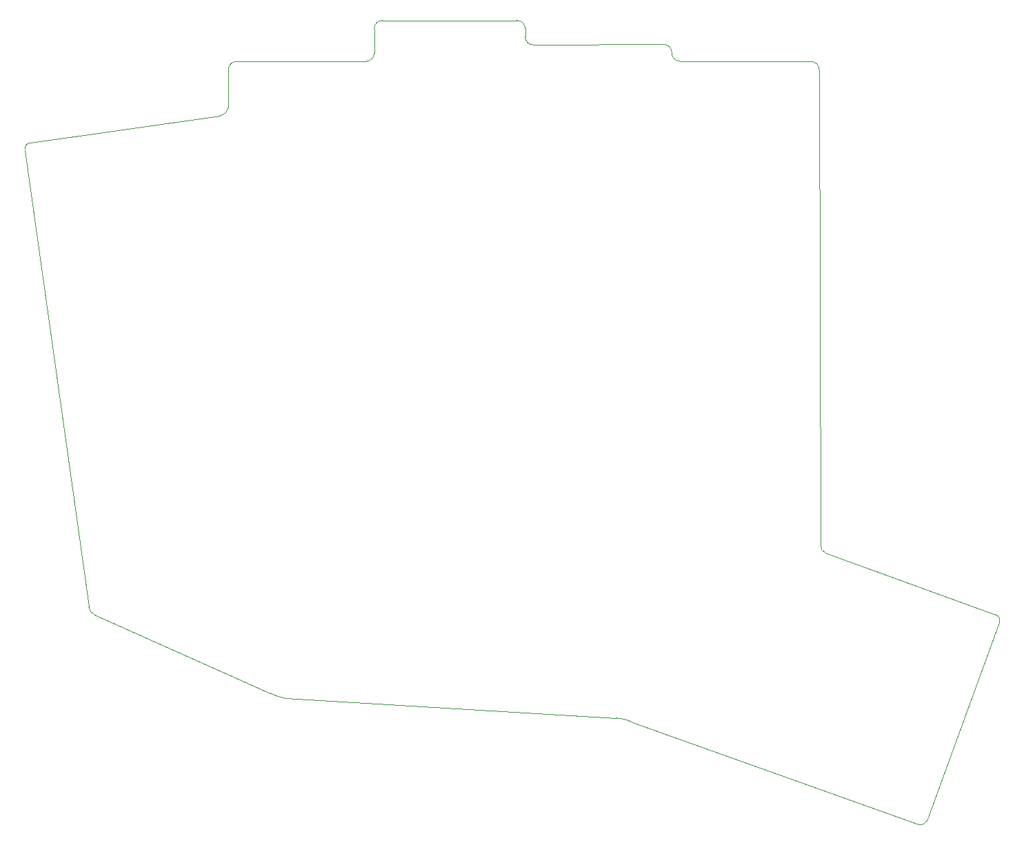
<source format=gbr>
%TF.GenerationSoftware,KiCad,Pcbnew,(6.0.4)*%
%TF.CreationDate,2022-10-12T19:52:57+02:00*%
%TF.ProjectId,kicad,6b696361-642e-46b6-9963-61645f706362,v 0.2*%
%TF.SameCoordinates,Original*%
%TF.FileFunction,Profile,NP*%
%FSLAX46Y46*%
G04 Gerber Fmt 4.6, Leading zero omitted, Abs format (unit mm)*
G04 Created by KiCad (PCBNEW (6.0.4)) date 2022-10-12 19:52:57*
%MOMM*%
%LPD*%
G01*
G04 APERTURE LIST*
%TA.AperFunction,Profile*%
%ADD10C,0.100000*%
%TD*%
G04 APERTURE END LIST*
D10*
X197000000Y-149520000D02*
X161870000Y-136930000D01*
X166750000Y-54750000D02*
G75*
G03*
X167750000Y-55750000I1000000J0D01*
G01*
X95150037Y-122769995D02*
G75*
G03*
X95890000Y-123770000I1285163J177195D01*
G01*
X167750000Y-55750000D02*
X183850000Y-55800000D01*
X131207107Y-50757107D02*
G75*
G03*
X130207107Y-51757107I-7J-999993D01*
G01*
X87970000Y-65770000D02*
X111270000Y-62480000D01*
X161869997Y-136930006D02*
G75*
G03*
X159940000Y-136440000I-2206697J-4645694D01*
G01*
X95150000Y-122770000D02*
X87310000Y-66680000D01*
X117490000Y-133410000D02*
X95890000Y-123770000D01*
X149740000Y-53750000D02*
X165750000Y-53700000D01*
X131207107Y-50757107D02*
X147750000Y-50740000D01*
X206939992Y-124716225D02*
G75*
G03*
X206487564Y-123743336I-604292J310625D01*
G01*
X130210000Y-54760000D02*
X130207107Y-51757107D01*
X113297107Y-55797107D02*
X129210000Y-55760000D01*
X111270000Y-62480000D02*
G75*
G03*
X112270000Y-61480000I-208200J1208200D01*
G01*
X148750000Y-51740000D02*
G75*
G03*
X147750000Y-50740000I-1000000J0D01*
G01*
X129210000Y-55760000D02*
G75*
G03*
X130210000Y-54760000I0J1000000D01*
G01*
X206940000Y-124716229D02*
X198040000Y-149120000D01*
X196999981Y-149520060D02*
G75*
G03*
X198040000Y-149120000I271119J847060D01*
G01*
X185753439Y-116260000D02*
X206487564Y-123743336D01*
X113297107Y-55797107D02*
G75*
G03*
X112297107Y-56797107I-7J-999993D01*
G01*
X112270000Y-61480000D02*
X112297107Y-56797107D01*
X159940000Y-136440000D02*
X119344297Y-134036250D01*
X166750010Y-54750000D02*
G75*
G03*
X165750000Y-53700000I-1000010J48800D01*
G01*
X185013451Y-115096803D02*
G75*
G03*
X185753439Y-116260000I1143849J-89297D01*
G01*
X184850000Y-56800000D02*
X185013439Y-115096802D01*
X148740000Y-52750000D02*
G75*
G03*
X149740000Y-53750000I1000000J0D01*
G01*
X184850000Y-56800000D02*
G75*
G03*
X183850000Y-55800000I-1000000J0D01*
G01*
X148750000Y-51740000D02*
X148740000Y-52750000D01*
X117490008Y-133409986D02*
G75*
G03*
X119344297Y-134036250I2714392J4978686D01*
G01*
X87969991Y-65769938D02*
G75*
G03*
X87310000Y-66680000I111709J-775362D01*
G01*
M02*

</source>
